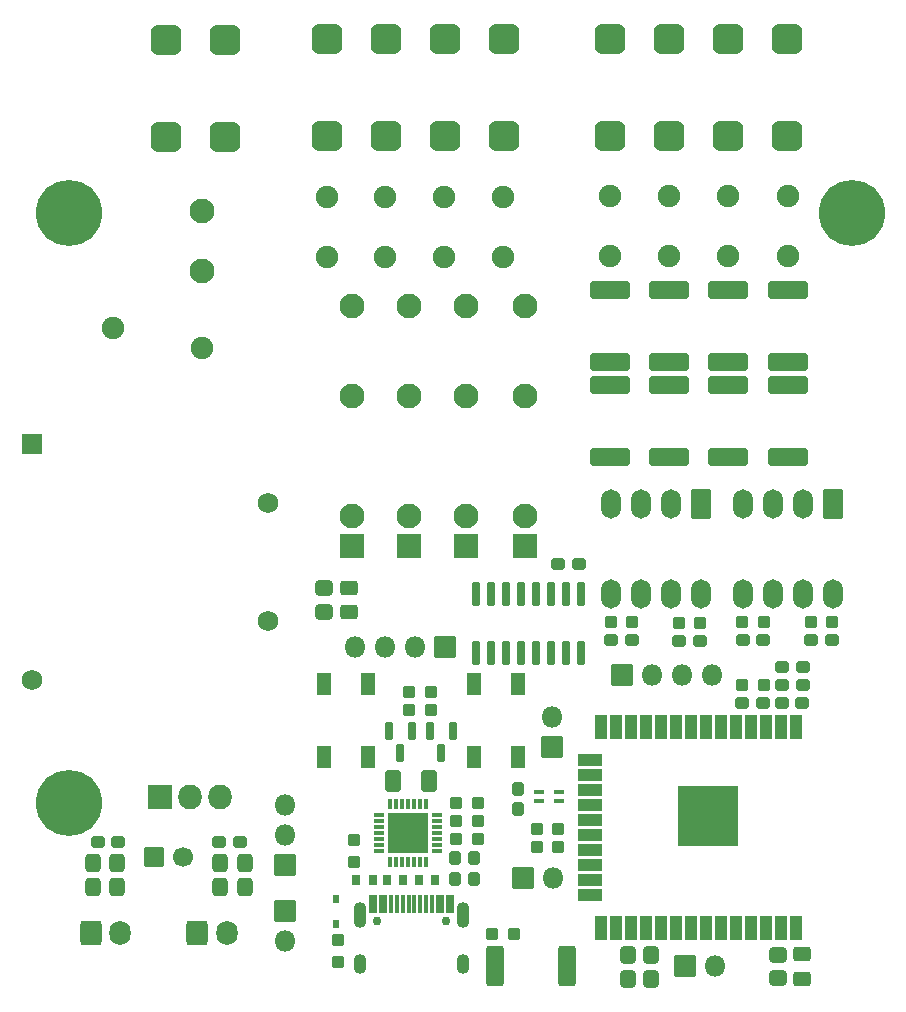
<source format=gts>
G04 #@! TF.GenerationSoftware,KiCad,Pcbnew,(6.0.5)*
G04 #@! TF.CreationDate,2022-09-21T22:34:43+02:00*
G04 #@! TF.ProjectId,hamodule,68616d6f-6475-46c6-952e-6b696361645f,20220918.20*
G04 #@! TF.SameCoordinates,Original*
G04 #@! TF.FileFunction,Soldermask,Top*
G04 #@! TF.FilePolarity,Negative*
%FSLAX46Y46*%
G04 Gerber Fmt 4.6, Leading zero omitted, Abs format (unit mm)*
G04 Created by KiCad (PCBNEW (6.0.5)) date 2022-09-21 22:34:43*
%MOMM*%
%LPD*%
G01*
G04 APERTURE LIST*
G04 Aperture macros list*
%AMRoundRect*
0 Rectangle with rounded corners*
0 $1 Rounding radius*
0 $2 $3 $4 $5 $6 $7 $8 $9 X,Y pos of 4 corners*
0 Add a 4 corners polygon primitive as box body*
4,1,4,$2,$3,$4,$5,$6,$7,$8,$9,$2,$3,0*
0 Add four circle primitives for the rounded corners*
1,1,$1+$1,$2,$3*
1,1,$1+$1,$4,$5*
1,1,$1+$1,$6,$7*
1,1,$1+$1,$8,$9*
0 Add four rect primitives between the rounded corners*
20,1,$1+$1,$2,$3,$4,$5,0*
20,1,$1+$1,$4,$5,$6,$7,0*
20,1,$1+$1,$6,$7,$8,$9,0*
20,1,$1+$1,$8,$9,$2,$3,0*%
G04 Aperture macros list end*
%ADD10RoundRect,0.050000X1.000000X-1.000000X1.000000X1.000000X-1.000000X1.000000X-1.000000X-1.000000X0*%
%ADD11C,2.100000*%
%ADD12RoundRect,0.050000X-0.850000X-0.850000X0.850000X-0.850000X0.850000X0.850000X-0.850000X0.850000X0*%
%ADD13O,1.800000X1.800000*%
%ADD14RoundRect,0.299999X-1.425001X0.450001X-1.425001X-0.450001X1.425001X-0.450001X1.425001X0.450001X0*%
%ADD15C,1.900000*%
%ADD16RoundRect,0.300000X-0.450000X0.325000X-0.450000X-0.325000X0.450000X-0.325000X0.450000X0.325000X0*%
%ADD17RoundRect,0.300000X-0.450000X0.350000X-0.450000X-0.350000X0.450000X-0.350000X0.450000X0.350000X0*%
%ADD18RoundRect,0.300000X-0.600000X-0.750000X0.600000X-0.750000X0.600000X0.750000X-0.600000X0.750000X0*%
%ADD19O,1.800000X2.100000*%
%ADD20RoundRect,0.287500X0.300000X0.237500X-0.300000X0.237500X-0.300000X-0.237500X0.300000X-0.237500X0*%
%ADD21RoundRect,0.300000X-0.337500X-0.475000X0.337500X-0.475000X0.337500X0.475000X-0.337500X0.475000X0*%
%ADD22RoundRect,0.050000X-0.825000X-0.825000X0.825000X-0.825000X0.825000X0.825000X-0.825000X0.825000X0*%
%ADD23C,1.750000*%
%ADD24RoundRect,0.050000X-0.952500X-1.000000X0.952500X-1.000000X0.952500X1.000000X-0.952500X1.000000X0*%
%ADD25O,2.005000X2.100000*%
%ADD26RoundRect,0.675000X0.625000X0.625000X-0.625000X0.625000X-0.625000X-0.625000X0.625000X-0.625000X0*%
%ADD27C,5.600000*%
%ADD28RoundRect,0.200000X0.150000X-0.825000X0.150000X0.825000X-0.150000X0.825000X-0.150000X-0.825000X0*%
%ADD29RoundRect,0.050000X-0.800000X1.200000X-0.800000X-1.200000X0.800000X-1.200000X0.800000X1.200000X0*%
%ADD30O,1.700000X2.500000*%
%ADD31RoundRect,0.287500X-0.250000X-0.237500X0.250000X-0.237500X0.250000X0.237500X-0.250000X0.237500X0*%
%ADD32RoundRect,0.287500X-0.300000X-0.237500X0.300000X-0.237500X0.300000X0.237500X-0.300000X0.237500X0*%
%ADD33RoundRect,0.200000X-0.150000X0.587500X-0.150000X-0.587500X0.150000X-0.587500X0.150000X0.587500X0*%
%ADD34RoundRect,0.287500X0.250000X0.237500X-0.250000X0.237500X-0.250000X-0.237500X0.250000X-0.237500X0*%
%ADD35RoundRect,0.050000X-0.300000X-0.350000X0.300000X-0.350000X0.300000X0.350000X-0.300000X0.350000X0*%
%ADD36RoundRect,0.050000X0.550000X-0.900000X0.550000X0.900000X-0.550000X0.900000X-0.550000X-0.900000X0*%
%ADD37RoundRect,0.050000X-0.550000X0.900000X-0.550000X-0.900000X0.550000X-0.900000X0.550000X0.900000X0*%
%ADD38RoundRect,0.287500X-0.237500X0.300000X-0.237500X-0.300000X0.237500X-0.300000X0.237500X0.300000X0*%
%ADD39RoundRect,0.287500X-0.237500X0.250000X-0.237500X-0.250000X0.237500X-0.250000X0.237500X0.250000X0*%
%ADD40RoundRect,0.050000X-0.225000X0.300000X-0.225000X-0.300000X0.225000X-0.300000X0.225000X0.300000X0*%
%ADD41RoundRect,0.050000X0.300000X0.350000X-0.300000X0.350000X-0.300000X-0.350000X0.300000X-0.350000X0*%
%ADD42RoundRect,0.050000X-0.450000X1.000000X-0.450000X-1.000000X0.450000X-1.000000X0.450000X1.000000X0*%
%ADD43RoundRect,0.050000X-1.000000X-0.450000X1.000000X-0.450000X1.000000X0.450000X-1.000000X0.450000X0*%
%ADD44RoundRect,0.050000X-2.500000X2.500000X-2.500000X-2.500000X2.500000X-2.500000X2.500000X2.500000X0*%
%ADD45RoundRect,0.050000X0.850000X-0.850000X0.850000X0.850000X-0.850000X0.850000X-0.850000X-0.850000X0*%
%ADD46RoundRect,0.300000X0.400000X0.625000X-0.400000X0.625000X-0.400000X-0.625000X0.400000X-0.625000X0*%
%ADD47RoundRect,0.300000X0.350000X0.450000X-0.350000X0.450000X-0.350000X-0.450000X0.350000X-0.450000X0*%
%ADD48RoundRect,0.112500X0.062500X-0.337500X0.062500X0.337500X-0.062500X0.337500X-0.062500X-0.337500X0*%
%ADD49RoundRect,0.112500X0.337500X-0.062500X0.337500X0.062500X-0.337500X0.062500X-0.337500X-0.062500X0*%
%ADD50RoundRect,0.050000X1.675000X-1.675000X1.675000X1.675000X-1.675000X1.675000X-1.675000X-1.675000X0*%
%ADD51RoundRect,0.050000X0.850000X0.850000X-0.850000X0.850000X-0.850000X-0.850000X0.850000X-0.850000X0*%
%ADD52RoundRect,0.300000X0.337500X0.475000X-0.337500X0.475000X-0.337500X-0.475000X0.337500X-0.475000X0*%
%ADD53C,0.750000*%
%ADD54RoundRect,0.050000X-0.300000X-0.725000X0.300000X-0.725000X0.300000X0.725000X-0.300000X0.725000X0*%
%ADD55RoundRect,0.050000X-0.150000X-0.725000X0.150000X-0.725000X0.150000X0.725000X-0.150000X0.725000X0*%
%ADD56O,1.100000X2.200000*%
%ADD57O,1.100000X1.700000*%
%ADD58RoundRect,0.299999X-0.450001X-1.425001X0.450001X-1.425001X0.450001X1.425001X-0.450001X1.425001X0*%
%ADD59RoundRect,0.050000X0.410000X0.152400X-0.410000X0.152400X-0.410000X-0.152400X0.410000X-0.152400X0*%
%ADD60RoundRect,0.050000X0.410000X0.154400X-0.410000X0.154400X-0.410000X-0.154400X0.410000X-0.154400X0*%
%ADD61RoundRect,0.050000X-0.800000X-0.800000X0.800000X-0.800000X0.800000X0.800000X-0.800000X0.800000X0*%
%ADD62C,1.700000*%
%ADD63RoundRect,0.300000X0.450000X-0.350000X0.450000X0.350000X-0.450000X0.350000X-0.450000X-0.350000X0*%
%ADD64RoundRect,0.050000X-0.850000X0.850000X-0.850000X-0.850000X0.850000X-0.850000X0.850000X0.850000X0*%
G04 APERTURE END LIST*
D10*
X76581000Y-77470000D03*
D11*
X76581000Y-74930000D03*
X76581000Y-64770000D03*
X76581000Y-57150000D03*
D10*
X71628000Y-77470000D03*
D11*
X71628000Y-74930000D03*
X71628000Y-64770000D03*
X71628000Y-57150000D03*
D10*
X66802000Y-77470000D03*
D11*
X66802000Y-74930000D03*
X66802000Y-64770000D03*
X66802000Y-57150000D03*
D10*
X61976000Y-77470000D03*
D11*
X61976000Y-74930000D03*
X61976000Y-64770000D03*
X61976000Y-57150000D03*
D12*
X56261500Y-108343700D03*
D13*
X56261500Y-110883700D03*
D14*
X83820500Y-55791100D03*
X83820500Y-61891100D03*
X88773500Y-55791100D03*
X88773500Y-61891100D03*
D15*
X41703800Y-59011450D03*
X49203800Y-60644780D03*
D14*
X88773500Y-63842900D03*
X88773500Y-69942900D03*
X83820500Y-63842900D03*
X83820500Y-69942900D03*
D16*
X61659000Y-81008000D03*
X61659000Y-83058000D03*
D17*
X59576200Y-81026000D03*
X59576200Y-83026000D03*
D18*
X48832000Y-110219000D03*
D19*
X51332000Y-110219000D03*
D20*
X42137500Y-102489000D03*
X40412500Y-102489000D03*
D21*
X50778500Y-106299000D03*
X52853500Y-106299000D03*
D20*
X81126500Y-78994000D03*
X79401500Y-78994000D03*
D22*
X34839100Y-68805000D03*
D23*
X34839100Y-88805000D03*
X54839100Y-83805000D03*
X54839100Y-73805000D03*
D24*
X45657000Y-98679000D03*
D25*
X48197000Y-98679000D03*
X50737000Y-98679000D03*
D26*
X74849500Y-42758500D03*
X74849500Y-34558501D03*
X69849500Y-42758500D03*
X69849500Y-34558501D03*
X64849500Y-42758500D03*
X64849500Y-34558501D03*
X59849500Y-42758500D03*
X59849500Y-34558501D03*
X46203100Y-34582100D03*
X46203100Y-42782099D03*
X51203100Y-34582100D03*
X51203100Y-42782099D03*
X98809500Y-42718499D03*
X98809500Y-34518500D03*
X93809500Y-42718499D03*
X93809500Y-34518500D03*
X88809500Y-42718499D03*
X88809500Y-34518500D03*
X83809500Y-42718499D03*
X83809500Y-34518500D03*
D11*
X49249500Y-49088500D03*
X49239500Y-54168500D03*
D27*
X104267500Y-49212500D03*
X37973500Y-49212500D03*
D28*
X72454000Y-86484000D03*
X73724000Y-86484000D03*
X74994000Y-86484000D03*
X76264000Y-86484000D03*
X77534000Y-86484000D03*
X78804000Y-86484000D03*
X80074000Y-86484000D03*
X81344000Y-86484000D03*
X81344000Y-81534000D03*
X80074000Y-81534000D03*
X78804000Y-81534000D03*
X77534000Y-81534000D03*
X76264000Y-81534000D03*
X74994000Y-81534000D03*
X73724000Y-81534000D03*
X72454000Y-81534000D03*
D14*
X98831900Y-63842900D03*
X98831900Y-69942900D03*
X93802700Y-55791100D03*
X93802700Y-61891100D03*
X98831900Y-55791100D03*
X98831900Y-61891100D03*
D29*
X91454274Y-73923320D03*
D30*
X88914274Y-73923320D03*
X86374274Y-73923320D03*
X83834274Y-73923320D03*
X83834274Y-81543320D03*
X86374274Y-81543320D03*
X88914274Y-81543320D03*
X91454274Y-81543320D03*
D29*
X102630274Y-73923320D03*
D30*
X100090274Y-73923320D03*
X97550274Y-73923320D03*
X95010274Y-73923320D03*
X95010274Y-81543320D03*
X97550274Y-81543320D03*
X100090274Y-81543320D03*
X102630274Y-81543320D03*
D14*
X93802700Y-63842900D03*
X93802700Y-69942900D03*
D31*
X94959000Y-89217500D03*
X96784000Y-89217500D03*
D32*
X98362000Y-87677000D03*
X100087000Y-87677000D03*
D20*
X96721500Y-90741500D03*
X94996500Y-90741500D03*
D33*
X70449500Y-93103500D03*
X68549500Y-93103500D03*
X69499500Y-94978500D03*
D31*
X66774500Y-91318500D03*
X68599500Y-91318500D03*
D34*
X68599500Y-89788500D03*
X66774500Y-89788500D03*
D35*
X63686000Y-105705900D03*
X62286000Y-105705900D03*
D18*
X39835000Y-110219000D03*
D19*
X42335000Y-110219000D03*
D36*
X72255000Y-95302000D03*
X72255000Y-89102000D03*
X75955000Y-89102000D03*
X75955000Y-95302000D03*
D37*
X63253000Y-95302000D03*
X63253000Y-89102000D03*
X59553000Y-89102000D03*
X59553000Y-95302000D03*
D38*
X70677900Y-103883300D03*
X70677900Y-105608300D03*
D31*
X70768500Y-99215900D03*
X72593500Y-99215900D03*
D34*
X72593500Y-102263900D03*
X70768500Y-102263900D03*
D31*
X70768500Y-100739900D03*
X72593500Y-100739900D03*
D38*
X72277900Y-103889800D03*
X72277900Y-105614800D03*
D39*
X62109500Y-102358000D03*
X62109500Y-104183000D03*
D40*
X60579500Y-107319100D03*
X60579500Y-109419100D03*
D35*
X66286000Y-105705900D03*
X64886000Y-105705900D03*
D41*
X67596000Y-105705900D03*
X68996000Y-105705900D03*
D42*
X99568500Y-92791500D03*
X98298500Y-92791500D03*
X97028500Y-92791500D03*
X95758500Y-92791500D03*
X94488500Y-92791500D03*
X93218500Y-92791500D03*
X91948500Y-92791500D03*
X90678500Y-92791500D03*
X89408500Y-92791500D03*
X88138500Y-92791500D03*
X86868500Y-92791500D03*
X85598500Y-92791500D03*
X84328500Y-92791500D03*
X83058500Y-92791500D03*
D43*
X82058500Y-95576500D03*
X82058500Y-96846500D03*
X82058500Y-98116500D03*
X82058500Y-99386500D03*
X82058500Y-100656500D03*
X82058500Y-101926500D03*
X82058500Y-103196500D03*
X82058500Y-104466500D03*
X82058500Y-105736500D03*
X82058500Y-107006500D03*
D42*
X83058500Y-109791500D03*
X84328500Y-109791500D03*
X85598500Y-109791500D03*
X86868500Y-109791500D03*
X88138500Y-109791500D03*
X89408500Y-109791500D03*
X90678500Y-109791500D03*
X91948500Y-109791500D03*
X93218500Y-109791500D03*
X94488500Y-109791500D03*
X95758500Y-109791500D03*
X97028500Y-109791500D03*
X98298500Y-109791500D03*
X99568500Y-109791500D03*
D44*
X92068500Y-100291500D03*
D33*
X66989500Y-93113500D03*
X65089500Y-93113500D03*
X66039500Y-94988500D03*
D45*
X84783000Y-88341600D03*
D13*
X87323000Y-88341600D03*
X89863000Y-88341600D03*
X92403000Y-88341600D03*
D45*
X90145100Y-112966500D03*
D13*
X92685100Y-112966500D03*
D46*
X68482000Y-97380500D03*
X65382000Y-97380500D03*
D47*
X87281000Y-114109500D03*
X85281000Y-114109500D03*
X87281000Y-112077500D03*
X85281000Y-112077500D03*
D48*
X65186000Y-104195900D03*
X65686000Y-104195900D03*
X66186000Y-104195900D03*
X66686000Y-104195900D03*
X67186000Y-104195900D03*
X67686000Y-104195900D03*
X68186000Y-104195900D03*
D49*
X69136000Y-103245900D03*
X69136000Y-102745900D03*
X69136000Y-102245900D03*
X69136000Y-101745900D03*
X69136000Y-101245900D03*
X69136000Y-100745900D03*
X69136000Y-100245900D03*
D48*
X68186000Y-99295900D03*
X67686000Y-99295900D03*
X67186000Y-99295900D03*
X66686000Y-99295900D03*
X66186000Y-99295900D03*
X65686000Y-99295900D03*
X65186000Y-99295900D03*
D49*
X64236000Y-100245900D03*
X64236000Y-100745900D03*
X64236000Y-101245900D03*
X64236000Y-101745900D03*
X64236000Y-102245900D03*
X64236000Y-102745900D03*
X64236000Y-103245900D03*
D50*
X66686000Y-101745900D03*
D32*
X98351500Y-90741500D03*
X100076500Y-90741500D03*
D51*
X56261500Y-104470200D03*
D13*
X56261500Y-101930200D03*
X56261500Y-99390200D03*
D38*
X75999500Y-97991100D03*
X75999500Y-99716100D03*
D31*
X73799500Y-110318500D03*
X75624500Y-110318500D03*
X94987600Y-83896200D03*
X96812600Y-83896200D03*
D51*
X78880200Y-94462600D03*
D13*
X78880200Y-91922600D03*
D15*
X88773500Y-52895500D03*
X88773500Y-47815500D03*
D31*
X83860500Y-83896200D03*
X85685500Y-83896200D03*
D15*
X98831900Y-52895500D03*
X98831900Y-47815500D03*
D45*
X76403700Y-105524300D03*
D13*
X78943700Y-105524300D03*
D16*
X100013000Y-112022500D03*
X100013000Y-114072500D03*
D15*
X74690000Y-52959000D03*
X74690000Y-47879000D03*
D52*
X42058500Y-104267000D03*
X39983500Y-104267000D03*
D53*
X69866000Y-109205900D03*
X64086000Y-109205900D03*
D54*
X63726000Y-107760900D03*
X64526000Y-107760900D03*
D55*
X65726000Y-107760900D03*
X66726000Y-107760900D03*
X67226000Y-107760900D03*
X68226000Y-107760900D03*
D54*
X69426000Y-107760900D03*
X70226000Y-107760900D03*
X70226000Y-107760900D03*
X69426000Y-107760900D03*
D55*
X68726000Y-107760900D03*
X67726000Y-107760900D03*
X66226000Y-107760900D03*
X65226000Y-107760900D03*
D54*
X64526000Y-107760900D03*
X63726000Y-107760900D03*
D56*
X71296000Y-108675900D03*
D57*
X62656000Y-112855900D03*
D56*
X62656000Y-108675900D03*
D57*
X71296000Y-112855900D03*
D31*
X100778800Y-83896200D03*
X102603800Y-83896200D03*
D32*
X95034600Y-85420200D03*
X96759600Y-85420200D03*
X89652000Y-85521800D03*
X91377000Y-85521800D03*
X50699500Y-102489000D03*
X52424500Y-102489000D03*
D15*
X93802700Y-52895500D03*
X93802700Y-47815500D03*
D20*
X102550800Y-85420200D03*
X100825800Y-85420200D03*
D15*
X64770000Y-52959000D03*
X64770000Y-47879000D03*
D58*
X74029500Y-113048500D03*
X80129500Y-113048500D03*
D59*
X79463000Y-99066900D03*
D60*
X79463000Y-98256100D03*
X77743000Y-98256100D03*
D59*
X77743000Y-99066900D03*
D31*
X77572100Y-101409500D03*
X79397100Y-101409500D03*
D52*
X42058500Y-106299000D03*
X39983500Y-106299000D03*
D61*
X45149000Y-103759000D03*
D62*
X47649000Y-103759000D03*
D15*
X83795100Y-52895500D03*
X83795100Y-47815500D03*
D32*
X98362000Y-89217500D03*
X100087000Y-89217500D03*
D21*
X50778500Y-104267000D03*
X52853500Y-104267000D03*
D31*
X89600900Y-83947000D03*
X91425900Y-83947000D03*
X77572100Y-102933500D03*
X79397100Y-102933500D03*
D15*
X59817000Y-52959000D03*
X59817000Y-47879000D03*
D63*
X97981000Y-114047500D03*
X97981000Y-112047500D03*
D39*
X60789500Y-110818500D03*
X60789500Y-112643500D03*
D64*
X69787000Y-85979000D03*
D13*
X67247000Y-85979000D03*
X64707000Y-85979000D03*
X62167000Y-85979000D03*
D27*
X37973500Y-99212500D03*
D32*
X83909400Y-85420200D03*
X85634400Y-85420200D03*
D15*
X69690000Y-52959000D03*
X69690000Y-47879000D03*
M02*

</source>
